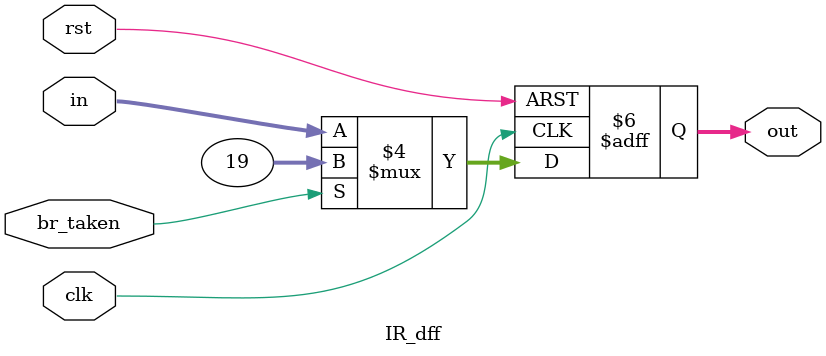
<source format=sv>
module IR_dff(
    output logic [31:0] out,
    input logic clk,
    input logic rst,
    input logic br_taken,
    input logic [31:0] in
);

    always_ff @(posedge clk or negedge rst) begin
        if (!rst)
            out <= 32'b0;
        else if (br_taken)
            // Inject a NOP: addi x0, x0, 0
            out <= 32'b000000000000_00000_000_00000_0010011;
        else
            out <= in;
    end
endmodule

</source>
